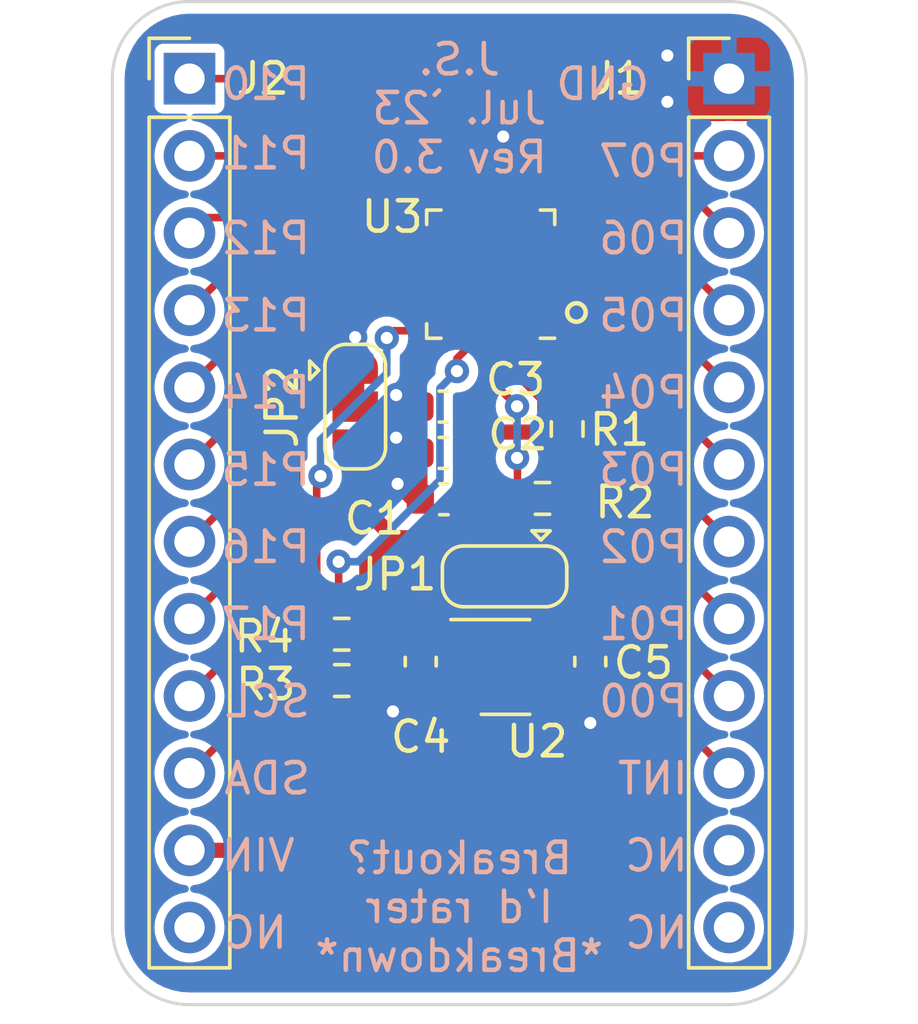
<source format=kicad_pcb>
(kicad_pcb (version 20221018) (generator pcbnew)
  (layers (0 "F.Cu" signal) (31 "B.Cu" power) (34 "B.Paste" user) (35 "F.Paste" user) (36 "B.SilkS" user "B.Silkscreen") (37 "F.SilkS" user "F.Silkscreen") (38 "B.Mask" user) (39 "F.Mask" user) (44 "Edge.Cuts" user))
  (net 0 "")
  (net 1 "GND")
  (net 2 "/P1_4")
  (net 3 "/P1_5")
  (net 4 "/P1_6")
  (net 5 "/INT")
  (net 6 "/SCL")
  (net 7 "/SDA")
  (net 8 "/P0_0")
  (net 9 "/P0_1")
  (net 10 "/P0_2")
  (net 11 "/P0_3")
  (net 12 "/P0_4")
  (net 13 "/P0_5")
  (net 14 "/P0_6")
  (net 15 "/P0_7")
  (net 16 "/ADDR")
  (net 17 "/P1_0")
  (net 18 "/P1_1")
  (net 19 "/P1_2")
  (net 20 "/P1_3")
  (net 21 "/P1_7")
  (net 25 "VDD")
  (net 26 "Net-(JP1-A)")
  (net 27 "VIN")
  (net 29 "Net-(U3-~{RESET})")
  (footprint "Resistor_SMD:R_0603_1608Metric" (layer "F.Cu") (at 149.797 104.648 180)
    (fp_text reference "R4" (at 2.5532 -0.0762) (layer "F.SilkS"))
    (fp_text value "10k")
    (fp_line (start -0.237258 -0.5225) (end 0.237258 -0.5225) (stroke (width 0.12)) (layer "F.SilkS"))
    (fp_line (start -0.237258 0.5225) (end 0.237258 0.5225) (stroke (width 0.12)) (layer "F.SilkS"))
    (pad "1" smd roundrect (at -0.825 0 180) (size 0.8 0.95) (layers "F.Cu" "F.Paste" "F.Mask") (net 25 "VDD"))
    (pad "2" smd roundrect (at 0.825 0 180) (size 0.8 0.95) (layers "F.Cu" "F.Paste" "F.Mask") (net 6 "/SCL"))
  )
  (footprint "Jumper:SolderJumper-3_P1.3mm_Bridged12_RoundedPad1.0x1.5mm" (layer "F.Cu") (at 150.241 97.155 -90)
    (fp_text reference "JP2" (at 0 2.413 90) (layer "F.SilkS"))
    (fp_text value "JMP_BRDG12")
    (fp_poly (pts (xy -0.9 -0.3) (xy -0.4 -0.3) (xy -0.4 0.3) (xy -0.9 0.3)) (fill solid) (layer "F.Cu"))
    (fp_line (start -2.05 0.3) (end -2.05 -0.3) (stroke (width 0.12)) (layer "F.SilkS"))
    (fp_line (start -1.5 1.5) (end -0.9 1.5) (stroke (width 0.12)) (layer "F.SilkS"))
    (fp_line (start -1.4 -1) (end 1.4 -1) (stroke (width 0.12)) (layer "F.SilkS"))
    (fp_line (start -1.2 1.2) (end -1.5 1.5) (stroke (width 0.12)) (layer "F.SilkS"))
    (fp_line (start -1.2 1.2) (end -0.9 1.5) (stroke (width 0.12)) (layer "F.SilkS"))
    (fp_line (start 1.4 1) (end -1.4 1) (stroke (width 0.12)) (layer "F.SilkS"))
    (fp_line (start 2.05 -0.3) (end 2.05 0.3) (stroke (width 0.12)) (layer "F.SilkS"))
    (fp_arc (start -2.05 -0.3) (mid -1.844975 -0.794975) (end -1.35 -1) (stroke (width 0.12)) (layer "F.SilkS"))
    (fp_arc (start -1.35 1) (mid -1.844975 0.794975) (end -2.05 0.3) (stroke (width 0.12)) (layer "F.SilkS"))
    (fp_arc (start 1.35 -1) (mid 1.844975 -0.794975) (end 2.05 -0.3) (stroke (width 0.12)) (layer "F.SilkS"))
    (fp_arc (start 2.05 0.3) (mid 1.844975 0.794975) (end 1.35 1) (stroke (width 0.12)) (layer "F.SilkS"))
    (pad "1" smd custom (at -1.3 0 270) (size 1 0.5) (layers "F.Cu" "F.Mask") (net 1 "GND") (options (clearance outline) (anchor rect)) (primitives (gr_circle (center 0 0.25) (end 0.5 0.25) (width 0) (fill yes)) (gr_circle (center 0 -0.25) (end 0.5 -0.25) (width 0) (fill yes)) (gr_poly (pts (xy 0.55 0.75) (xy 0 0.75) (xy 0 -0.75) (xy 0.55 -0.75)) (width 0) (fill yes))))
    (pad "2" smd rect (at 0 0 270) (size 1 1.5) (layers "F.Cu" "F.Mask") (net 16 "/ADDR"))
    (pad "3" smd custom (at 1.3 0 270) (size 1 0.5) (layers "F.Cu" "F.Mask") (net 25 "VDD") (options (clearance outline) (anchor rect)) (primitives (gr_circle (center 0 0.25) (end 0.5 0.25) (width 0) (fill yes)) (gr_circle (center 0 -0.25) (end 0.5 -0.25) (width 0) (fill yes)) (gr_poly (pts (xy 0 0.75) (xy -0.55 0.75) (xy -0.55 -0.75) (xy 0 -0.75)) (width 0) (fill yes))))
  )
  (footprint "Capacitor_SMD:C_0603_1608Metric" (layer "F.Cu") (at 152.4 105.55 -90)
    (fp_text reference "C4" (at 2.4762 0) (layer "F.SilkS"))
    (fp_text value "1u")
    (fp_line (start -0.14058 -0.51) (end 0.14058 -0.51) (stroke (width 0.12)) (layer "F.SilkS"))
    (fp_line (start -0.14058 0.51) (end 0.14058 0.51) (stroke (width 0.12)) (layer "F.SilkS"))
    (pad "1" smd roundrect (at -0.775 0 270) (size 0.9 0.95) (layers "F.Cu" "F.Paste" "F.Mask") (net 27 "VIN"))
    (pad "2" smd roundrect (at 0.775 0 270) (size 0.9 0.95) (layers "F.Cu" "F.Paste" "F.Mask") (net 1 "GND"))
  )
  (footprint "Connector_PinHeader_2.54mm:PinHeader_1x12_P2.54mm_Vertical" (layer "F.Cu") (at 144.78 86.36)
    (fp_text reference "J2" (at 2.413 0) (layer "F.SilkS"))
    (fp_text value "Conn_01x12_Pin")
    (fp_line (start -1.33 -1.33) (end 0 -1.33) (stroke (width 0.12)) (layer "F.SilkS"))
    (fp_line (start -1.33 0) (end -1.33 -1.33) (stroke (width 0.12)) (layer "F.SilkS"))
    (fp_line (start -1.33 1.27) (end -1.33 29.27) (stroke (width 0.12)) (layer "F.SilkS"))
    (fp_line (start -1.33 1.27) (end 1.33 1.27) (stroke (width 0.12)) (layer "F.SilkS"))
    (fp_line (start -1.33 29.27) (end 1.33 29.27) (stroke (width 0.12)) (layer "F.SilkS"))
    (fp_line (start 1.33 1.27) (end 1.33 29.27) (stroke (width 0.12)) (layer "F.SilkS"))
    (pad "1" thru_hole rect (at 0 0) (size 1.7 1.7) (drill 1) (layers "*.Cu" "*.Mask") (net 17 "/P1_0"))
    (pad "2" thru_hole oval (at 0 2.54) (size 1.7 1.7) (drill 1) (layers "*.Cu" "*.Mask") (net 18 "/P1_1"))
    (pad "3" thru_hole oval (at 0 5.08) (size 1.7 1.7) (drill 1) (layers "*.Cu" "*.Mask") (net 19 "/P1_2"))
    (pad "4" thru_hole oval (at 0 7.62) (size 1.7 1.7) (drill 1) (layers "*.Cu" "*.Mask") (net 20 "/P1_3"))
    (pad "5" thru_hole oval (at 0 10.16) (size 1.7 1.7) (drill 1) (layers "*.Cu" "*.Mask") (net 2 "/P1_4"))
    (pad "6" thru_hole oval (at 0 12.7) (size 1.7 1.7) (drill 1) (layers "*.Cu" "*.Mask") (net 3 "/P1_5"))
    (pad "7" thru_hole oval (at 0 15.24) (size 1.7 1.7) (drill 1) (layers "*.Cu" "*.Mask") (net 4 "/P1_6"))
    (pad "8" thru_hole oval (at 0 17.78) (size 1.7 1.7) (drill 1) (layers "*.Cu" "*.Mask") (net 21 "/P1_7"))
    (pad "9" thru_hole oval (at 0 20.32) (size 1.7 1.7) (drill 1) (layers "*.Cu" "*.Mask") (net 6 "/SCL"))
    (pad "10" thru_hole oval (at 0 22.86) (size 1.7 1.7) (drill 1) (layers "*.Cu" "*.Mask") (net 7 "/SDA"))
    (pad "11" thru_hole oval (at 0 25.4) (size 1.7 1.7) (drill 1) (layers "*.Cu" "*.Mask") (net 27 "VIN"))
    (pad "12" thru_hole oval (at 0 27.94) (size 1.7 1.7) (drill 1) (layers "*.Cu" "*.Mask"))
  )
  (footprint "Capacitor_SMD:C_0603_1608Metric" (layer "F.Cu") (at 153.149 97.155 180)
    (fp_text reference "C3" (at -2.3752 0.889) (layer "F.SilkS"))
    (fp_text value "100n")
    (fp_line (start -0.14058 -0.51) (end 0.14058 -0.51) (stroke (width 0.12)) (layer "F.SilkS"))
    (fp_line (start -0.14058 0.51) (end 0.14058 0.51) (stroke (width 0.12)) (layer "F.SilkS"))
    (pad "1" smd roundrect (at -0.775 0 180) (size 0.9 0.95) (layers "F.Cu" "F.Paste" "F.Mask") (net 25 "VDD"))
    (pad "2" smd roundrect (at 0.775 0 180) (size 0.9 0.95) (layers "F.Cu" "F.Paste" "F.Mask") (net 1 "GND"))
  )
  (footprint "Resistor_SMD:R_0603_1608Metric" (layer "F.Cu") (at 157.226 97.8916 90)
    (fp_text reference "R1" (at -0.0254 1.7272 180) (layer "F.SilkS"))
    (fp_text value "10k")
    (fp_line (start -0.237258 -0.5225) (end 0.237258 -0.5225) (stroke (width 0.12)) (layer "F.SilkS"))
    (fp_line (start -0.237258 0.5225) (end 0.237258 0.5225) (stroke (width 0.12)) (layer "F.SilkS"))
    (pad "1" smd roundrect (at -0.825 0 90) (size 0.8 0.95) (layers "F.Cu" "F.Paste" "F.Mask") (net 25 "VDD"))
    (pad "2" smd roundrect (at 0.825 0 90) (size 0.8 0.95) (layers "F.Cu" "F.Paste" "F.Mask") (net 29 "Net-(U3-~{RESET})"))
  )
  (footprint "Capacitor_SMD:C_0603_1608Metric" (layer "F.Cu") (at 153.149 98.679 180)
    (fp_text reference "C2" (at -2.4514 0.6096) (layer "F.SilkS"))
    (fp_text value "100n")
    (fp_line (start -0.14058 -0.51) (end 0.14058 -0.51) (stroke (width 0.12)) (layer "F.SilkS"))
    (fp_line (start -0.14058 0.51) (end 0.14058 0.51) (stroke (width 0.12)) (layer "F.SilkS"))
    (pad "1" smd roundrect (at -0.775 0 180) (size 0.9 0.95) (layers "F.Cu" "F.Paste" "F.Mask") (net 25 "VDD"))
    (pad "2" smd roundrect (at 0.775 0 180) (size 0.9 0.95) (layers "F.Cu" "F.Paste" "F.Mask") (net 1 "GND"))
  )
  (footprint "Connector_PinHeader_2.54mm:PinHeader_1x12_P2.54mm_Vertical" (layer "F.Cu") (at 162.56 86.36)
    (fp_text reference "J1" (at -3.683 0) (layer "F.SilkS"))
    (fp_text value "Conn_01x12_Pin")
    (fp_line (start -1.33 -1.33) (end 0 -1.33) (stroke (width 0.12)) (layer "F.SilkS"))
    (fp_line (start -1.33 0) (end -1.33 -1.33) (stroke (width 0.12)) (layer "F.SilkS"))
    (fp_line (start -1.33 1.27) (end -1.33 29.27) (stroke (width 0.12)) (layer "F.SilkS"))
    (fp_line (start -1.33 1.27) (end 1.33 1.27) (stroke (width 0.12)) (layer "F.SilkS"))
    (fp_line (start -1.33 29.27) (end 1.33 29.27) (stroke (width 0.12)) (layer "F.SilkS"))
    (fp_line (start 1.33 1.27) (end 1.33 29.27) (stroke (width 0.12)) (layer "F.SilkS"))
    (pad "1" thru_hole rect (at 0 0) (size 1.7 1.7) (drill 1) (layers "*.Cu" "*.Mask") (net 1 "GND"))
    (pad "2" thru_hole oval (at 0 2.54) (size 1.7 1.7) (drill 1) (layers "*.Cu" "*.Mask") (net 15 "/P0_7"))
    (pad "3" thru_hole oval (at 0 5.08) (size 1.7 1.7) (drill 1) (layers "*.Cu" "*.Mask") (net 14 "/P0_6"))
    (pad "4" thru_hole oval (at 0 7.62) (size 1.7 1.7) (drill 1) (layers "*.Cu" "*.Mask") (net 13 "/P0_5"))
    (pad "5" thru_hole oval (at 0 10.16) (size 1.7 1.7) (drill 1) (layers "*.Cu" "*.Mask") (net 12 "/P0_4"))
    (pad "6" thru_hole oval (at 0 12.7) (size 1.7 1.7) (drill 1) (layers "*.Cu" "*.Mask") (net 11 "/P0_3"))
    (pad "7" thru_hole oval (at 0 15.24) (size 1.7 1.7) (drill 1) (layers "*.Cu" "*.Mask") (net 10 "/P0_2"))
    (pad "8" thru_hole oval (at 0 17.78) (size 1.7 1.7) (drill 1) (layers "*.Cu" "*.Mask") (net 9 "/P0_1"))
    (pad "9" thru_hole oval (at 0 20.32) (size 1.7 1.7) (drill 1) (layers "*.Cu" "*.Mask") (net 8 "/P0_0"))
    (pad "10" thru_hole oval (at 0 22.86) (size 1.7 1.7) (drill 1) (layers "*.Cu" "*.Mask") (net 5 "/INT"))
    (pad "11" thru_hole oval (at 0 25.4) (size 1.7 1.7) (drill 1) (layers "*.Cu" "*.Mask"))
    (pad "12" thru_hole oval (at 0 27.94) (size 1.7 1.7) (drill 1) (layers "*.Cu" "*.Mask"))
  )
  (footprint "Package_DFN_QFN:TQFN-24-1EP_4x4mm_P0.5mm_EP2.1x2.1mm" (layer "F.Cu") (at 154.706 92.7945 180)
    (fp_text reference "U3" (at 3.2458 1.8879) (layer "F.SilkS"))
    (fp_text value "PI4IOE5V6416-TQFN" hide)
    (fp_line (start -2.11 2.11) (end -2.11 1.635) (stroke (width 0.12)) (layer "F.SilkS"))
    (fp_line (start -1.635 -2.11) (end -2.11 -2.11) (stroke (width 0.12)) (layer "F.SilkS"))
    (fp_line (start -1.635 2.11) (end -2.11 2.11) (stroke (width 0.12)) (layer "F.SilkS"))
    (fp_line (start 1.635 -2.11) (end 2.11 -2.11) (stroke (width 0.12)) (layer "F.SilkS"))
    (fp_line (start 1.635 2.11) (end 2.11 2.11) (stroke (width 0.12)) (layer "F.SilkS"))
    (fp_line (start 2.11 -2.11) (end 2.11 -1.635) (stroke (width 0.12)) (layer "F.SilkS"))
    (fp_line (start 2.11 2.11) (end 2.11 1.635) (stroke (width 0.12)) (layer "F.SilkS"))
    (pad "1" smd custom (at -1.8625 -1.25 180) (size 0.122721 0.122721) (layers "F.Cu" "F.Paste" "F.Mask") (net 8 "/P0_0") (options (clearance outline) (anchor circle)) (primitives (gr_poly (pts (xy -0.4525 -0.09) (xy 0.293003 -0.09) (xy 0.4525 0.069497) (xy 0.4525 0.09) (xy -0.4525 0.09)) (width 0.07) (fill yes))))
    (pad "2" smd roundrect (at -1.8625 -0.75 180) (size 0.975 0.25) (layers "F.Cu" "F.Paste" "F.Mask") (net 9 "/P0_1"))
    (pad "3" smd roundrect (at -1.8625 -0.25 180) (size 0.975 0.25) (layers "F.Cu" "F.Paste" "F.Mask") (net 10 "/P0_2"))
    (pad "4" smd roundrect (at -1.8625 0.25 180) (size 0.975 0.25) (layers "F.Cu" "F.Paste" "F.Mask") (net 11 "/P0_3"))
    (pad "5" smd roundrect (at -1.8625 0.75 180) (size 0.975 0.25) (layers "F.Cu" "F.Paste" "F.Mask") (net 12 "/P0_4"))
    (pad "6" smd custom (at -1.8625 1.25 180) (size 0.122721 0.122721) (layers "F.Cu" "F.Paste" "F.Mask") (net 13 "/P0_5") (options (clearance outline) (anchor circle)) (primitives (gr_poly (pts (xy -0.4525 -0.09) (xy 0.4525 -0.09) (xy 0.4525 -0.069497) (xy 0.293003 0.09) (xy -0.4525 0.09)) (width 0.07) (fill yes))))
    (pad "7" smd custom (at -1.25 1.8625 180) (size 0.122721 0.122721) (layers "F.Cu" "F.Paste" "F.Mask") (net 14 "/P0_6") (options (clearance outline) (anchor circle)) (primitives (gr_poly (pts (xy -0.09 -0.293003) (xy 0.069497 -0.4525) (xy 0.09 -0.4525) (xy 0.09 0.4525) (xy -0.09 0.4525)) (width 0.07) (fill yes))))
    (pad "8" smd roundrect (at -0.75 1.8625 180) (size 0.25 0.975) (layers "F.Cu" "F.Paste" "F.Mask") (net 15 "/P0_7"))
    (pad "9" smd roundrect (at -0.25 1.8625 180) (size 0.25 0.975) (layers "F.Cu" "F.Paste" "F.Mask") (net 1 "GND"))
    (pad "10" smd roundrect (at 0.25 1.8625 180) (size 0.25 0.975) (layers "F.Cu" "F.Paste" "F.Mask") (net 17 "/P1_0"))
    (pad "11" smd roundrect (at 0.75 1.8625 180) (size 0.25 0.975) (layers "F.Cu" "F.Paste" "F.Mask") (net 18 "/P1_1"))
    (pad "12" smd custom (at 1.25 1.8625 180) (size 0.122721 0.122721) (layers "F.Cu" "F.Paste" "F.Mask") (net 19 "/P1_2") (options (clearance outline) (anchor circle)) (primitives (gr_poly (pts (xy -0.09 -0.4525) (xy -0.069497 -0.4525) (xy 0.09 -0.293003) (xy 0.09 0.4525) (xy -0.09 0.4525)) (width 0.07) (fill yes))))
    (pad "13" smd custom (at 1.8625 1.25 180) (size 0.122721 0.122721) (layers "F.Cu" "F.Paste" "F.Mask") (net 20 "/P1_3") (options (clearance outline) (anchor circle)) (primitives (gr_poly (pts (xy -0.4525 -0.09) (xy 0.4525 -0.09) (xy 0.4525 0.09) (xy -0.293003 0.09) (xy -0.4525 -0.069497)) (width 0.07) (fill yes))))
    (pad "14" smd roundrect (at 1.8625 0.75 180) (size 0.975 0.25) (layers "F.Cu" "F.Paste" "F.Mask") (net 2 "/P1_4"))
    (pad "15" smd roundrect (at 1.8625 0.25 180) (size 0.975 0.25) (layers "F.Cu" "F.Paste" "F.Mask") (net 3 "/P1_5"))
    (pad "16" smd roundrect (at 1.8625 -0.25 180) (size 0.975 0.25) (layers "F.Cu" "F.Paste" "F.Mask") (net 4 "/P1_6"))
    (pad "17" smd roundrect (at 1.8625 -0.75 180) (size 0.975 0.25) (layers "F.Cu" "F.Paste" "F.Mask") (net 21 "/P1_7"))
    (pad "18" smd custom (at 1.8625 -1.25 180) (size 0.122721 0.122721) (layers "F.Cu" "F.Paste" "F.Mask") (net 16 "/ADDR") (options (clearance outline) (anchor circle)) (primitives (gr_poly (pts (xy -0.4525 0.069497) (xy -0.293003 -0.09) (xy 0.4525 -0.09) (xy 0.4525 0.09) (xy -0.4525 0.09)) (width 0.07) (fill yes))))
    (pad "19" smd custom (at 1.25 -1.8625 180) (size 0.122721 0.122721) (layers "F.Cu" "F.Paste" "F.Mask") (net 6 "/SCL") (options (clearance outline) (anchor circle)) (primitives (gr_poly (pts (xy -0.09 -0.4525) (xy 0.09 -0.4525) (xy 0.09 0.293003) (xy -0.069497 0.4525) (xy -0.09 0.4525)) (width 0.07) (fill yes))))
    (pad "20" smd roundrect (at 0.75 -1.8625 180) (size 0.25 0.975) (layers "F.Cu" "F.Paste" "F.Mask") (net 7 "/SDA"))
    (pad "21" smd roundrect (at 0.25 -1.8625 180) (size 0.25 0.975) (layers "F.Cu" "F.Paste" "F.Mask") (net 25 "VDD"))
    (pad "22" smd roundrect (at -0.25 -1.8625 180) (size 0.25 0.975) (layers "F.Cu" "F.Paste" "F.Mask") (net 5 "/INT"))
    (pad "23" smd roundrect (at -0.75 -1.8625 180) (size 0.25 0.975) (layers "F.Cu" "F.Paste" "F.Mask") (net 25 "VDD"))
    (pad "24" smd custom (at -1.25 -1.8625 180) (size 0.122721 0.122721) (layers "F.Cu" "F.Paste" "F.Mask") (net 29 "Net-(U3-~{RESET})") (options (clearance outline) (anchor circle)) (primitives (gr_poly (pts (xy -0.09 -0.4525) (xy 0.09 -0.4525) (xy 0.09 0.4525) (xy 0.069497 0.4525) (xy -0.09 0.293003)) (width 0.07) (fill yes))))
    (pad "25" smd rect (at 0 0 180) (size 2.1 2.1) (layers "F.Cu" "F.Mask"))
  )
  (footprint "Capacitor_SMD:C_0603_1608Metric" (layer "F.Cu") (at 153.162 100.203 180)
    (fp_text reference "C1" (at 2.286 -0.635) (layer "F.SilkS"))
    (fp_text value "4.7u")
    (fp_line (start -0.14058 -0.51) (end 0.14058 -0.51) (stroke (width 0.12)) (layer "F.SilkS"))
    (fp_line (start -0.14058 0.51) (end 0.14058 0.51) (stroke (width 0.12)) (layer "F.SilkS"))
    (pad "1" smd roundrect (at -0.775 0 180) (size 0.9 0.95) (layers "F.Cu" "F.Paste" "F.Mask") (net 25 "VDD"))
    (pad "2" smd roundrect (at 0.775 0 180) (size 0.9 0.95) (layers "F.Cu" "F.Paste" "F.Mask") (net 1 "GND"))
  )
  (footprint "Package_TO_SOT_SMD:SOT-23-5" (layer "F.Cu") (at 155.194 105.725)
    (fp_text reference "U2" (at 1.0414 2.4536 180) (layer "F.SilkS"))
    (fp_text value "LP5907MFX-3.3")
    (fp_line (start 0 -1.56) (end -1.8 -1.56) (stroke (width 0.12)) (layer "F.SilkS"))
    (fp_line (start 0 -1.56) (end 0.8 -1.56) (stroke (width 0.12)) (layer "F.SilkS"))
    (fp_line (start 0 1.56) (end -0.8 1.56) (stroke (width 0.12)) (layer "F.SilkS"))
    (fp_line (start 0 1.56) (end 0.8 1.56) (stroke (width 0.12)) (layer "F.SilkS"))
    (pad "1" smd roundrect (at -1.1375 -0.95) (size 1.325 0.6) (layers "F.Cu" "F.Paste" "F.Mask") (net 27 "VIN"))
    (pad "2" smd roundrect (at -1.1375 0) (size 1.325 0.6) (layers "F.Cu" "F.Paste" "F.Mask") (net 1 "GND"))
    (pad "3" smd roundrect (at -1.1375 0.95) (size 1.325 0.6) (layers "F.Cu" "F.Paste" "F.Mask") (net 27 "VIN"))
    (pad "4" smd roundrect (at 1.1375 0.95) (size 1.325 0.6) (layers "F.Cu" "F.Paste" "F.Mask"))
    (pad "5" smd roundrect (at 1.1375 -0.95) (size 1.325 0.6) (layers "F.Cu" "F.Paste" "F.Mask") (net 26 "Net-(JP1-A)"))
  )
  (footprint "Jumper:SolderJumper-3_P1.3mm_Bridged12_RoundedPad1.0x1.5mm" (layer "F.Cu") (at 155.164 102.743 180)
    (fp_text reference "JP1" (at 3.6051 0.0632) (layer "F.SilkS"))
    (fp_text value "JMP_BRDG12")
    (fp_poly (pts (xy -0.9 -0.3) (xy -0.4 -0.3) (xy -0.4 0.3) (xy -0.9 0.3)) (fill solid) (layer "F.Cu"))
    (fp_line (start -2.05 0.3) (end -2.05 -0.3) (stroke (width 0.12)) (layer "F.SilkS"))
    (fp_line (start -1.5 1.5) (end -0.9 1.5) (stroke (width 0.12)) (layer "F.SilkS"))
    (fp_line (start -1.4 -1) (end 1.4 -1) (stroke (width 0.12)) (layer "F.SilkS"))
    (fp_line (start -1.2 1.2) (end -1.5 1.5) (stroke (width 0.12)) (layer "F.SilkS"))
    (fp_line (start -1.2 1.2) (end -0.9 1.5) (stroke (width 0.12)) (layer "F.SilkS"))
    (fp_line (start 1.4 1) (end -1.4 1) (stroke (width 0.12)) (layer "F.SilkS"))
    (fp_line (start 2.05 -0.3) (end 2.05 0.3) (stroke (width 0.12)) (layer "F.SilkS"))
    (fp_arc (start -2.05 -0.3) (mid -1.844975 -0.794975) (end -1.35 -1) (stroke (width 0.12)) (layer "F.SilkS"))
    (fp_arc (start -1.35 1) (mid -1.844975 0.794975) (end -2.05 0.3) (stroke (width 0.12)) (layer "F.SilkS"))
    (fp_arc (start 1.35 -1) (mid 1.844975 -0.794975) (end 2.05 -0.3) (stroke (width 0.12)) (layer "F.SilkS"))
    (fp_arc (start 2.05 0.3) (mid 1.844975 0.794975) (end 1.35 1) (stroke (width 0.12)) (layer "F.SilkS"))
    (pad "1" smd custom (at -1.3 0 180) (size 1 0.5) (layers "F.Cu" "F.Mask") (net 26 "Net-(JP1-A)") (options (clearance outline) (anchor rect)) (primitives (gr_circle (center 0 0.25) (end 0.5 0.25) (width 0) (fill yes)) (gr_circle (center 0 -0.25) (end 0.5 -0.25) (width 0) (fill yes)) (gr_poly (pts (xy 0.55 0.75) (xy 0 0.75) (xy 0 -0.75) (xy 0.55 -0.75)) (width 0) (fill yes))))
    (pad "2" smd rect (at 0 0 180) (size 1 1.5) (layers "F.Cu" "F.Mask") (net 25 "VDD"))
    (pad "3" smd custom (at 1.3 0 180) (size 1 0.5) (layers "F.Cu" "F.Mask") (net 27 "VIN") (options (clearance outline) (anchor rect)) (primitives (gr_circle (center 0 0.25) (end 0.5 0.25) (width 0) (fill yes)) (gr_circle (center 0 -0.25) (end 0.5 -0.25) (width 0) (fill yes)) (gr_poly (pts (xy 0 0.75) (xy -0.55 0.75) (xy -0.55 -0.75) (xy 0 -0.75)) (width 0) (fill yes))))
  )
  (footprint "Capacitor_SMD:C_0603_1608Metric" (layer "F.Cu") (at 157.988 105.55 -90)
    (fp_text reference "C5" (at 0.0378 -1.7526 -180) (layer "F.SilkS"))
    (fp_text value "1u")
    (fp_line (start -0.14058 -0.51) (end 0.14058 -0.51) (stroke (width 0.12)) (layer "F.SilkS"))
    (fp_line (start -0.14058 0.51) (end 0.14058 0.51) (stroke (width 0.12)) (layer "F.SilkS"))
    (pad "1" smd roundrect (at -0.775 0 270) (size 0.9 0.95) (layers "F.Cu" "F.Paste" "F.Mask") (net 26 "Net-(JP1-A)"))
    (pad "2" smd roundrect (at 0.775 0 270) (size 0.9 0.95) (layers "F.Cu" "F.Paste" "F.Mask") (net 1 "GND"))
  )
  (footprint "Resistor_SMD:R_0603_1608Metric" (layer "F.Cu") (at 156.4132 100.1776 180)
    (fp_text reference "R2" (at -2.7178 -0.127) (layer "F.SilkS"))
    (fp_text value "10k")
    (fp_line (start -0.237258 -0.5225) (end 0.237258 -0.5225) (stroke (width 0.12)) (layer "F.SilkS"))
    (fp_line (start -0.237258 0.5225) (end 0.237258 0.5225) (stroke (width 0.12)) (layer "F.SilkS"))
    (pad "1" smd roundrect (at -0.825 0 180) (size 0.8 0.95) (layers "F.Cu" "F.Paste" "F.Mask") (net 25 "VDD"))
    (pad "2" smd roundrect (at 0.825 0 180) (size 0.8 0.95) (layers "F.Cu" "F.Paste" "F.Mask") (net 5 "/INT"))
  )
  (footprint "Resistor_SMD:R_0603_1608Metric" (layer "F.Cu") (at 149.797 106.172 180)
    (fp_text reference "R3" (at 2.5024 -0.127) (layer "F.SilkS"))
    (fp_text value "10k")
    (fp_line (start -0.237258 -0.5225) (end 0.237258 -0.5225) (stroke (width 0.12)) (layer "F.SilkS"))
    (fp_line (start -0.237258 0.5225) (end 0.237258 0.5225) (stroke (width 0.12)) (layer "F.SilkS"))
    (pad "1" smd roundrect (at -0.825 0 180) (size 0.8 0.95) (layers "F.Cu" "F.Paste" "F.Mask") (net 25 "VDD"))
    (pad "2" smd roundrect (at 0.825 0 180) (size 0.8 0.95) (layers "F.Cu" "F.Paste" "F.Mask") (net 7 "/SDA"))
  )
  (gr_circle (center 157.5308 94.0562) (end 157.8356 94.0562) (stroke (width 0.15)) (fill none) (layer "F.SilkS"))
  (gr_line (start 162.56 83.82) (end 144.78 83.82) (stroke (width 0.1)) (layer "Edge.Cuts"))
  (gr_line (start 142.24 86.36) (end 142.24 114.3) (stroke (width 0.1)) (layer "Edge.Cuts"))
  (gr_arc (start 142.24 86.36) (mid 142.983949 84.563949) (end 144.78 83.82) (stroke (width 0.1)) (layer "Edge.Cuts"))
  (gr_line (start 144.78 116.84) (end 162.56 116.84) (stroke (width 0.1)) (layer "Edge.Cuts"))
  (gr_arc (start 144.78 116.84) (mid 142.983949 116.096051) (end 142.24 114.3) (stroke (width 0.1)) (layer "Edge.Cuts"))
  (gr_arc (start 162.56 83.82) (mid 164.356051 84.563949) (end 165.1 86.36) (stroke (width 0.1)) (layer "Edge.Cuts"))
  (gr_line (start 165.1 114.3) (end 165.1 86.36) (stroke (width 0.1)) (layer "Edge.Cuts"))
  (gr_arc (start 165.1 114.3) (mid 164.356051 116.096051) (end 162.56 116.84) (stroke (width 0.1)) (layer "Edge.Cuts"))
  (gr_text "P02" (at 161.29 102.362) (layer "B.SilkS") (effects (font (size 1 1)) (justify left bottom mirror)))
  (gr_text "P01" (at 161.29 104.902) (layer "B.SilkS") (effects (font (size 1 1)) (justify left bottom mirror)))
  (gr_text "P16" (at 148.844 102.362) (layer "B.SilkS") (effects (font (size 1 1)) (justify left bottom mirror)))
  (gr_text "INT" (at 161.29 109.982) (layer "B.SilkS") (effects (font (size 1 1)) (justify left bottom mirror)))
  (gr_text "P10" (at 148.844 87.122) (layer "B.SilkS") (effects (font (size 1 1)) (justify left bottom mirror)))
  (gr_text "P11" (at 148.844 89.408) (layer "B.SilkS") (effects (font (size 1 1)) (justify left bottom mirror)))
  (gr_text "P13" (at 148.844 94.742) (layer "B.SilkS") (effects (font (size 1 1)) (justify left bottom mirror)))
  (gr_text "P07" (at 161.29 89.662) (layer "B.SilkS") (effects (font (size 1 1)) (justify left bottom mirror)))
  (gr_text "P14" (at 148.844 97.282) (layer "B.SilkS") (effects (font (size 1 1)) (justify left bottom mirror)))
  (gr_text "P12" (at 148.844 92.202) (layer "B.SilkS") (effects (font (size 1 1)) (justify left bottom mirror)))
  (gr_text "P04" (at 161.29 97.282) (layer "B.SilkS") (effects (font (size 1 1)) (justify left bottom mirror)))
  (gr_text "P17" (at 148.844 104.902) (layer "B.SilkS") (effects (font (size 1 1)) (justify left bottom mirror)))
  (gr_text "P15" (at 148.844 99.822) (layer "B.SilkS") (effects (font (size 1 1)) (justify left bottom mirror)))
  (gr_text "Breakout?\nI'd rater\n*Breakdown*" (at 153.67 115.824) (layer "B.SilkS") (effects (font (size 1 1)) (justify bottom mirror)))
  (gr_text "P05" (at 161.29 94.742) (layer "B.SilkS") (effects (font (size 1 1)) (justify left bottom mirror)))
  (gr_text "NC\n" (at 148.082 115.062) (layer "B.SilkS") (effects (font (size 1 1)) (justify left bottom mirror)))
  (gr_text "NC\n" (at 161.29 115.062) (layer "B.SilkS") (effects (font (size 1 1)) (justify left bottom mirror)))
  (gr_text "GND" (at 160.02 87.122) (layer "B.SilkS") (effects (font (size 1 1)) (justify left bottom mirror)))
  (gr_text "J.S.\nJul. `23\nRev 3.0\n" (at 153.67 89.535) (layer "B.SilkS") (effects (font (size 1 1)) (justify bottom mirror)))
  (gr_text "NC" (at 161.29 112.522) (layer "B.SilkS") (effects (font (size 1 1)) (justify left bottom mirror)))
  (gr_text "SDA" (at 148.844 109.982) (layer "B.SilkS") (effects (font (size 1 1)) (justify left bottom mirror)))
  (gr_text "VIN" (at 148.336 112.522) (layer "B.SilkS") (effects (font (size 1 1)) (justify left bottom mirror)))
  (gr_text "SCL" (at 148.844 107.442) (layer "B.SilkS") (effects (font (size 1 1)) (justify left bottom mirror)))
  (gr_text "P06" (at 161.29 92.202) (layer "B.SilkS") (effects (font (size 1 1)) (justify left bottom mirror)))
  (gr_text "P03" (at 161.29 99.822) (layer "B.SilkS") (effects (font (size 1 1)) (justify left bottom mirror)))
  (gr_text "P00" (at 161.29 107.442) (layer "B.SilkS") (effects (font (size 1 1)) (justify left bottom mirror)))
  (segment (start 152.387 100.203) (end 152.146 100.203) (width 0.5) (layer "F.Cu") (net 1))
  (segment (start 150.241 95.855) (end 150.241 94.869) (width 0.5) (layer "F.Cu") (net 1))
  (segment (start 154.956 88.4268) (end 154.956 90.932) (width 0.25) (layer "F.Cu") (net 1))
  (segment (start 152.374 100.19) (end 152.387 100.203) (width 0.5) (layer "F.Cu") (net 1))
  (segment (start 151.4856 107.188) (end 151.537 107.188) (width 0.5) (layer "F.Cu") (net 1))
  (segment (start 152.374 98.679) (end 152.09148 98.679) (width 0.5) (layer "F.Cu") (net 1))
  (segment (start 151.971502 97.155) (end 151.590502 96.774) (width 0.5) (layer "F.Cu") (net 1))
  (segment (start 152.146 100.203) (end 151.638 99.695) (width 0.5) (layer "F.Cu") (net 1))
  (segment (start 154.0565 105.725) (end 153 105.725) (width 0.5) (layer "F.Cu") (net 1))
  (segment (start 157.988 106.325) (end 157.988 107.569) (width 0.5) (layer "F.Cu") (net 1))
  (segment (start 151.537 107.188) (end 152.4 106.325) (width 0.5) (layer "F.Cu") (net 1))
  (segment (start 152.09148 98.679) (end 151.5905 98.17802) (width 0.5) (layer "F.Cu") (net 1))
  (segment (start 152.374 97.155) (end 151.971502 97.155) (width 0.5) (layer "F.Cu") (net 1))
  (segment (start 153 105.725) (end 152.4 106.325) (width 0.5) (layer "F.Cu") (net 1))
  (segment (start 155.1178 88.265) (end 154.956 88.4268) (width 0.25) (layer "F.Cu") (net 1))
  (segment (start 152.374 97.155) (end 152.374 98.679) (width 0.5) (layer "F.Cu") (net 1))
  (segment (start 152.374 98.679) (end 152.374 100.19) (width 0.5) (layer "F.Cu") (net 1))
  (via (at 151.4856 107.188) (size 0.8) (drill 0.4) (layers "F.Cu" "B.Cu") (net 1))
  (via (at 157.988 107.569) (size 0.8) (drill 0.4) (layers "F.Cu" "B.Cu") (net 1))
  (via (at 160.528 87.122) (size 0.8) (drill 0.4) (layers "F.Cu" "B.Cu") (net 1))
  (via (at 151.5905 98.17802) (size 0.8) (drill 0.4) (layers "F.Cu" "B.Cu") (net 1))
  (via (at 151.590502 96.774) (size 0.8) (drill 0.4) (layers "F.Cu" "B.Cu") (net 1))
  (via (at 150.241 94.869) (size 0.8) (drill 0.4) (layers "F.Cu" "B.Cu") (net 1))
  (via (at 155.1178 88.265) (size 0.8) (drill 0.4) (layers "F.Cu" "B.Cu") (net 1))
  (via (at 151.638 99.695) (size 0.8) (drill 0.4) (layers "F.Cu" "B.Cu") (net 1))
  (via (at 160.528 85.598) (size 0.8) (drill 0.4) (layers "F.Cu" "B.Cu") (net 1))
  (segment (start 147.8585 92.0445) (end 146.431 93.472) (width 0.25) (layer "F.Cu") (net 2))
  (segment (start 152.8435 92.0445) (end 147.8585 92.0445) (width 0.25) (layer "F.Cu") (net 2))
  (segment (start 146.431 93.472) (end 146.431 94.869) (width 0.25) (layer "F.Cu") (net 2))
  (segment (start 146.431 94.869) (end 144.78 96.52) (width 0.25) (layer "F.Cu") (net 2))
  (segment (start 148.5015 92.5445) (end 147.066 93.98) (width 0.25) (layer "F.Cu") (net 3))
  (segment (start 152.8435 92.5445) (end 148.5015 92.5445) (width 0.25) (layer "F.Cu") (net 3))
  (segment (start 147.066 96.774) (end 144.78 99.06) (width 0.25) (layer "F.Cu") (net 3))
  (segment (start 147.066 93.98) (end 147.066 96.774) (width 0.25) (layer "F.Cu") (net 3))
  (segment (start 147.701 94.361) (end 147.701 98.679) (width 0.25) (layer "F.Cu") (net 4))
  (segment (start 149.0175 93.0445) (end 147.701 94.361) (width 0.25) (layer "F.Cu") (net 4))
  (segment (start 147.701 98.679) (end 144.78 101.6) (width 0.25) (layer "F.Cu") (net 4))
  (segment (start 152.8435 93.0445) (end 149.0175 93.0445) (width 0.25) (layer "F.Cu") (net 4))
  (segment (start 154.956 96.5247) (end 154.956 94.657) (width 0.25) (layer "F.Cu") (net 5))
  (segment (start 157.226 101.3714) (end 156.782 101.3714) (width 0.25) (layer "F.Cu") (net 5))
  (segment (start 155.5882 98.8559) (end 155.575 98.8427) (width 0.25) (layer "F.Cu") (net 5))
  (segment (start 162.56 109.22) (end 159.0548 105.7148) (width 0.25) (layer "F.Cu") (net 5))
  (segment (start 159.0548 105.7148) (end 159.0548 103.2002) (width 0.25) (layer "F.Cu") (net 5))
  (segment (start 155.5882 100.1776) (end 155.5882 98.8559) (width 0.25) (layer "F.Cu") (net 5))
  (segment (start 159.0548 103.2002) (end 157.226 101.3714) (width 0.25) (layer "F.Cu") (net 5))
  (segment (start 156.782 101.3714) (end 155.5882 100.1776) (width 0.25) (layer "F.Cu") (net 5))
  (segment (start 155.575 97.1437) (end 154.956 96.5247) (width 0.25) (layer "F.Cu") (net 5))
  (via (at 155.575 97.1437) (size 0.8) (drill 0.4) (layers "F.Cu" "B.Cu") (net 5))
  (via (at 155.575 98.8427) (size 0.8) (drill 0.4) (layers "F.Cu" "B.Cu") (net 5))
  (segment (start 155.575 98.8427) (end 155.575 97.1437) (width 0.25) (layer "B.Cu") (net 5))
  (segment (start 146.812 104.648) (end 144.78 106.68) (width 0.25) (layer "F.Cu") (net 6))
  (segment (start 151.2824 94.8944) (end 151.5198 94.657) (width 0.25) (layer "F.Cu") (net 6))
  (segment (start 149.098 99.441) (end 148.972 99.567) (width 0.25) (layer "F.Cu") (net 6))
  (segment (start 148.972 104.648) (end 146.812 104.648) (width 0.25) (layer "F.Cu") (net 6))
  (segment (start 148.972 99.567) (end 148.972 104.648) (width 0.25) (layer "F.Cu") (net 6))
  (segment (start 151.5198 94.657) (end 153.456 94.657) (width 0.25) (layer "F.Cu") (net 6))
  (via (at 149.098 99.441) (size 0.8) (drill 0.4) (layers "F.Cu" "B.Cu") (net 6))
  (via (at 151.2824 94.8944) (size 0.8) (drill 0.4) (layers "F.Cu" "B.Cu") (net 6))
  (segment (start 151.2824 94.8944) (end 151.2824 96.056797) (width 0.25) (layer "B.Cu") (net 6))
  (segment (start 151.2824 96.056797) (end 149.098 98.241197) (width 0.25) (layer "B.Cu") (net 6))
  (segment (start 149.098 98.241197) (end 149.098 99.441) (width 0.25) (layer "B.Cu") (net 6))
  (segment (start 149.6965 102.2604) (end 149.6965 105.4475) (width 0.25) (layer "F.Cu") (net 7))
  (segment (start 153.5938 95.570817) (end 153.956 95.208617) (width 0.25) (layer "F.Cu") (net 7))
  (segment (start 148.972 106.172) (end 147.828 106.172) (width 0.25) (layer "F.Cu") (net 7))
  (segment (start 153.956 95.208617) (end 153.956 94.657) (width 0.25) (layer "F.Cu") (net 7))
  (segment (start 147.828 106.172) (end 144.78 109.22) (width 0.25) (layer "F.Cu") (net 7))
  (segment (start 149.6965 105.4475) (end 148.972 106.172) (width 0.25) (layer "F.Cu") (net 7))
  (segment (start 153.5938 95.9866) (end 153.5938 95.570817) (width 0.25) (layer "F.Cu") (net 7))
  (via (at 149.6965 102.2604) (size 0.8) (drill 0.4) (layers "F.Cu" "B.Cu") (net 7))
  (via (at 153.5938 95.9866) (size 0.8) (drill 0.4) (layers "F.Cu" "B.Cu") (net 7))
  (segment (start 150.3426 102.2604) (end 149.6965 102.2604) (width 0.25) (layer "B.Cu") (net 7))
  (segment (start 153.035 99.568) (end 150.3426 102.2604) (width 0.25) (layer "B.Cu") (net 7))
  (segment (start 153.035 96.5454) (end 153.035 99.568) (width 0.25) (layer "B.Cu") (net 7))
  (segment (start 153.5938 95.9866) (end 153.035 96.5454) (width 0.25) (layer "B.Cu") (net 7))
  (segment (start 156.5685 94.0445) (end 158.2049 94.0445) (width 0.25) (layer "F.Cu") (net 8))
  (segment (start 160.274 102.8192) (end 160.274 104.394) (width 0.25) (layer "F.Cu") (net 8))
  (segment (start 158.2928 94.1324) (end 158.2928 100.838) (width 0.25) (layer "F.Cu") (net 8))
  (segment (start 158.2928 100.838) (end 160.274 102.8192) (width 0.25) (layer "F.Cu") (net 8))
  (segment (start 160.274 104.394) (end 162.56 106.68) (width 0.25) (layer "F.Cu") (net 8))
  (segment (start 158.2049 94.0445) (end 158.2928 94.1324) (width 0.25) (layer "F.Cu") (net 8))
  (segment (start 158.4669 93.5445) (end 158.9024 93.98) (width 0.25) (layer "F.Cu") (net 9))
  (segment (start 156.5685 93.5445) (end 158.4669 93.5445) (width 0.25) (layer "F.Cu") (net 9))
  (segment (start 158.9024 93.98) (end 158.9024 100.4824) (width 0.25) (layer "F.Cu") (net 9))
  (segment (start 158.9024 100.4824) (end 162.56 104.14) (width 0.25) (layer "F.Cu") (net 9))
  (segment (start 159.512 98.552) (end 162.56 101.6) (width 0.25) (layer "F.Cu") (net 10))
  (segment (start 158.9321 93.0445) (end 159.512 93.6244) (width 0.25) (layer "F.Cu") (net 10))
  (segment (start 159.512 93.6244) (end 159.512 98.552) (width 0.25) (layer "F.Cu") (net 10))
  (segment (start 156.5685 93.0445) (end 158.9321 93.0445) (width 0.25) (layer "F.Cu") (net 10))
  (segment (start 160.1216 96.6216) (end 162.56 99.06) (width 0.25) (layer "F.Cu") (net 11))
  (segment (start 160.1216 93.472) (end 160.1216 96.6216) (width 0.25) (layer "F.Cu") (net 11))
  (segment (start 156.5685 92.5445) (end 159.1941 92.5445) (width 0.25) (layer "F.Cu") (net 11))
  (segment (start 159.1941 92.5445) (end 160.1216 93.472) (width 0.25) (layer "F.Cu") (net 11))
  (segment (start 159.7355 92.0445) (end 160.909 93.218) (width 0.25) (layer "F.Cu") (net 12))
  (segment (start 156.5685 92.0445) (end 159.7355 92.0445) (width 0.25) (layer "F.Cu") (net 12))
  (segment (start 160.909 94.869) (end 162.56 96.52) (width 0.25) (layer "F.Cu") (net 12))
  (segment (start 160.909 93.218) (end 160.909 94.869) (width 0.25) (layer "F.Cu") (net 12))
  (segment (start 160.1245 91.5445) (end 162.56 93.98) (width 0.25) (layer "F.Cu") (net 13))
  (segment (start 156.5685 91.5445) (end 160.1245 91.5445) (width 0.25) (layer "F.Cu") (net 13))
  (segment (start 160.782 89.662) (end 162.56 91.44) (width 0.25) (layer "F.Cu") (net 14))
  (segment (start 155.956 90.932) (end 155.956 90.297) (width 0.25) (layer "F.Cu") (net 14))
  (segment (start 156.591 89.662) (end 160.782 89.662) (width 0.25) (layer "F.Cu") (net 14))
  (segment (start 155.956 90.297) (end 156.591 89.662) (width 0.25) (layer "F.Cu") (net 14))
  (segment (start 156.337 88.9) (end 162.56 88.9) (width 0.25) (layer "F.Cu") (net 15))
  (segment (start 155.456 90.932) (end 155.456 89.781) (width 0.25) (layer "F.Cu") (net 15))
  (segment (start 155.456 89.781) (end 156.337 88.9) (width 0.25) (layer "F.Cu") (net 15))
  (segment (start 149.166 97.08) (end 149.241 97.155) (width 0.25) (layer "F.Cu") (net 16))
  (segment (start 149.241 97.155) (end 150.241 97.155) (width 0.25) (layer "F.Cu") (net 16))
  (segment (start 150.040195 94.0445) (end 149.166 94.918695) (width 0.25) (layer "F.Cu") (net 16))
  (segment (start 149.166 94.918695) (end 149.166 97.08) (width 0.25) (layer "F.Cu") (net 16))
  (segment (start 152.8435 94.0445) (end 150.040195 94.0445) (width 0.25) (layer "F.Cu") (net 16))
  (segment (start 154.432 89.281) (end 151.511 86.36) (width 0.25) (layer "F.Cu") (net 17))
  (segment (start 151.511 86.36) (end 144.78 86.36) (width 0.25) (layer "F.Cu") (net 17))
  (segment (start 154.432 90.219987) (end 154.432 89.281) (width 0.25) (layer "F.Cu") (net 17))
  (segment (start 154.456 90.932) (end 154.456 90.243987) (width 0.25) (layer "F.Cu") (net 17))
  (segment (start 154.456 90.243987) (end 154.432 90.219987) (width 0.25) (layer "F.Cu") (net 17))
  (segment (start 153.956 90.380383) (end 152.475617 88.9) (width 0.25) (layer "F.Cu") (net 18))
  (segment (start 153.956 90.932) (end 153.956 90.380383) (width 0.25) (layer "F.Cu") (net 18))
  (segment (start 152.475617 88.9) (end 144.78 88.9) (width 0.25) (layer "F.Cu") (net 18))
  (segment (start 145.288 90.932) (end 144.78 91.44) (width 0.25) (layer "F.Cu") (net 19))
  (segment (start 153.456 90.932) (end 145.288 90.932) (width 0.25) (layer "F.Cu") (net 19))
  (segment (start 152.8435 91.5445) (end 147.2155 91.5445) (width 0.25) (layer "F.Cu") (net 20))
  (segment (start 147.2155 91.5445) (end 144.78 93.98) (width 0.25) (layer "F.Cu") (net 20))
  (segment (start 152.8435 93.5445) (end 149.2795 93.5445) (width 0.25) (layer "F.Cu") (net 21))
  (segment (start 149.2795 93.5445) (end 148.336 94.488) (width 0.25) (layer "F.Cu") (net 21))
  (segment (start 148.336 94.488) (end 148.336 100.584) (width 0.25) (layer "F.Cu") (net 21))
  (segment (start 148.336 100.584) (end 144.78 104.14) (width 0.25) (layer "F.Cu") (net 21))
  (segment (start 150.622 102.362) (end 151.511 101.473) (width 0.5) (layer "F.Cu") (net 25))
  (segment (start 155.456 95.964039) (end 156.3878 96.895839) (width 0.3) (layer "F.Cu") (net 25))
  (segment (start 156.3878 96.895839) (end 156.3878 97.9678) (width 0.3) (layer "F.Cu") (net 25))
  (segment (start 156.3878 97.9678) (end 156.4132 97.9932) (width 0.3) (layer "F.Cu") (net 25))
  (segment (start 151.511 101.473) (end 150.241 100.203) (width 0.5) (layer "F.Cu") (net 25))
  (segment (start 150.622 106.172) (end 150.622 104.648) (width 0.5) (layer "F.Cu") (net 25))
  (segment (start 155.164 101.43) (end 153.937 100.203) (width 0.5) (layer "F.Cu") (net 25))
  (segment (start 157.2382 98.7288) (end 157.226 98.7166) (width 0.5) (layer "F.Cu") (net 25))
  (segment (start 155.456 94.657) (end 155.456 95.964039) (width 0.3) (layer "F.Cu") (net 25))
  (segment (start 150.622 104.648) (end 150.622 102.362) (width 0.5) (layer "F.Cu") (net 25))
  (segment (start 155.144 101.473) (end 151.511 101.473) (width 0.5) (layer "F.Cu") (net 25))
  (segment (start 153.937 98.692) (end 153.924 98.679) (width 0.5) (layer "F.Cu") (net 25))
  (segment (start 153.924 98.679) (end 154.6098 97.9932) (width 0.5) (layer "F.Cu") (net 25))
  (segment (start 153.937 100.203) (end 153.937 98.692) (width 0.5) (layer "F.Cu") (net 25))
  (segment (start 154.456 96.623) (end 153.924 97.155) (width 0.3) (layer "F.Cu") (net 25))
  (segment (start 154.456 94.657) (end 154.456 96.623) (width 0.3) (layer "F.Cu") (net 25))
  (segment (start 157.2382 100.1776) (end 157.2382 98.7288) (width 0.5) (layer "F.Cu") (net 25))
  (segment (start 156.5026 97.9932) (end 157.226 98.7166) (width 0.5) (layer "F.Cu") (net 25))
  (segment (start 155.164 102.743) (end 155.164 101.43) (width 0.5) (layer "F.Cu") (net 25))
  (segment (start 150.241 100.203) (end 150.241 98.455) (width 0.5) (layer "F.Cu") (net 25))
  (segment (start 155.164 101.493) (end 155.144 101.473) (width 0.5) (layer "F.Cu") (net 25))
  (segment (start 156.4132 97.9932) (end 156.5026 97.9932) (width 0.5) (layer "F.Cu") (net 25))
  (segment (start 154.6098 97.9932) (end 156.4132 97.9932) (width 0.5) (layer "F.Cu") (net 25))
  (segment (start 155.164 102.743) (end 155.164 101.493) (width 0.5) (layer "F.Cu") (net 25))
  (segment (start 153.924 98.679) (end 153.924 97.155) (width 0.5) (layer "F.Cu") (net 25))
  (segment (start 156.3315 102.8755) (end 156.464 102.743) (width 0.5) (layer "F.Cu") (net 26))
  (segment (start 156.3315 104.775) (end 156.3315 102.8755) (width 0.5) (layer "F.Cu") (net 26))
  (segment (start 157.988 104.775) (end 156.3315 104.775) (width 0.5) (layer "F.Cu") (net 26))
  (segment (start 154.0565 106.675) (end 154.617528 106.675) (width 0.5) (layer "F.Cu") (net 27))
  (segment (start 154.0565 104.775) (end 154.0565 102.9355) (width 0.5) (layer "F.Cu") (net 27))
  (segment (start 148.9715 111.76) (end 154.0565 106.675) (width 0.5) (layer "F.Cu") (net 27))
  (segment (start 154.617528 104.775) (end 154.0565 104.775) (width 0.5) (layer "F.Cu") (net 27))
  (segment (start 155.169 106.123528) (end 155.169 105.326472) (width 0.5) (layer "F.Cu") (net 27))
  (segment (start 154.0565 102.9355) (end 153.864 102.743) (width 0.5) (layer "F.Cu") (net 27))
  (segment (start 144.78 111.76) (end 148.9715 111.76) (width 0.5) (layer "F.Cu") (net 27))
  (segment (start 154.0565 104.775) (end 152.4 104.775) (width 0.5) (layer "F.Cu") (net 27))
  (segment (start 154.617528 106.675) (end 155.169 106.123528) (width 0.5) (layer "F.Cu") (net 27))
  (segment (start 155.169 105.326472) (end 154.617528 104.775) (width 0.5) (layer "F.Cu") (net 27))
  (segment (start 156.9212 94.6404) (end 157.226 94.9452) (width 0.25) (layer "F.Cu") (net 29))
  (segment (start 155.9726 94.6404) (end 156.9212 94.6404) (width 0.25) (layer "F.Cu") (net 29))
  (segment (start 157.226 94.9452) (end 157.226 97.0666) (width 0.25) (layer "F.Cu") (net 29))
  (segment (start 155.956 94.657) (end 155.9726 94.6404) (width 0.25) (layer "F.Cu") (net 29))
  (zone (net 1) (net_name "GND") (layer "F.Cu") (priority 2) (connect_pads yes (clearance 0.3)) (min_thickness 0.25) (fill yes (thermal_gap 0.5) (thermal_bridge_width 0.5))
    (polygon (pts (xy 159.893 84.963) (xy 163.957 84.963) (xy 163.957 87.757) (xy 159.893 87.757)))
  )
  (zone (net 1) (net_name "GND") (layer "B.Cu") (priority 1) (connect_pads (clearance 0.3)) (min_thickness 0.25) (fill yes (thermal_gap 0.5) (thermal_bridge_width 0.5))
    (polygon (pts (xy 142.24 83.82) (xy 142.24 116.84) (xy 165.1 116.84) (xy 165.1 83.82)))
  )
)
</source>
